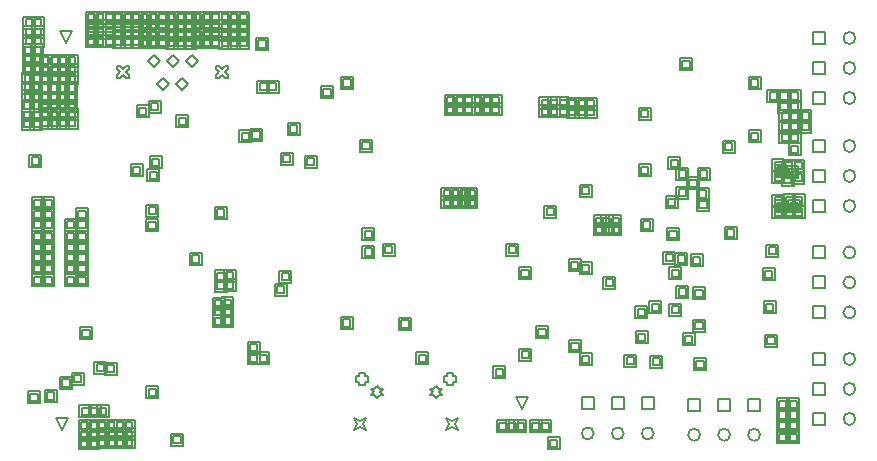
<source format=gbr>
%TF.GenerationSoftware,Altium Limited,Altium Designer,25.4.2 (15)*%
G04 Layer_Color=2752767*
%FSLAX45Y45*%
%MOMM*%
%TF.SameCoordinates,9A986A7D-484F-4AC0-AE4B-942BB78B8B2C*%
%TF.FilePolarity,Positive*%
%TF.FileFunction,Drawing*%
%TF.Part,Single*%
G01*
G75*
%TA.AperFunction,NonConductor*%
%ADD98C,0.16933*%
%ADD100C,0.12700*%
D98*
X13754500Y7937500D02*
G03*
X13754500Y7937500I-50800J0D01*
G01*
Y7683500D02*
G03*
X13754500Y7683500I-50800J0D01*
G01*
Y7429500D02*
G03*
X13754500Y7429500I-50800J0D01*
G01*
X12439800Y5492300D02*
G03*
X12439800Y5492300I-50800J0D01*
G01*
X12693800D02*
G03*
X12693800Y5492300I-50800J0D01*
G01*
X12947800D02*
G03*
X12947800Y5492300I-50800J0D01*
G01*
X13754500Y6527800D02*
G03*
X13754500Y6527800I-50800J0D01*
G01*
Y6781800D02*
G03*
X13754500Y6781800I-50800J0D01*
G01*
Y7035800D02*
G03*
X13754500Y7035800I-50800J0D01*
G01*
Y5626100D02*
G03*
X13754500Y5626100I-50800J0D01*
G01*
Y5880100D02*
G03*
X13754500Y5880100I-50800J0D01*
G01*
Y6134100D02*
G03*
X13754500Y6134100I-50800J0D01*
G01*
Y8343500D02*
G03*
X13754500Y8343500I-50800J0D01*
G01*
Y8597500D02*
G03*
X13754500Y8597500I-50800J0D01*
G01*
Y8851500D02*
G03*
X13754500Y8851500I-50800J0D01*
G01*
X11538500Y5503000D02*
G03*
X11538500Y5503000I-50800J0D01*
G01*
X11792500D02*
G03*
X11792500Y5503000I-50800J0D01*
G01*
X12046500D02*
G03*
X12046500Y5503000I-50800J0D01*
G01*
D100*
X13398900Y7886700D02*
Y7988300D01*
X13500500D01*
Y7886700D01*
X13398900D01*
Y7632700D02*
Y7734300D01*
X13500500D01*
Y7632700D01*
X13398900D01*
Y7378700D02*
Y7480300D01*
X13500500D01*
Y7378700D01*
X13398900D01*
X10199971Y5804189D02*
X10225371Y5829589D01*
X10250771D01*
X10225371Y5854989D01*
X10250771Y5880389D01*
X10225371D01*
X10199971Y5905789D01*
X10174571Y5880389D01*
X10149171D01*
X10174571Y5854989D01*
X10149171Y5829589D01*
X10174571D01*
X10199971Y5804189D01*
X9699971D02*
X9725371Y5829589D01*
X9750771D01*
X9725371Y5854989D01*
X9750771Y5880389D01*
X9725371D01*
X9699971Y5905789D01*
X9674571Y5880389D01*
X9649171D01*
X9674571Y5854989D01*
X9649171Y5829589D01*
X9674571D01*
X9699971Y5804189D01*
X10286672Y5529188D02*
X10312072Y5579988D01*
X10286672Y5630788D01*
X10337472Y5605388D01*
X10388272Y5630788D01*
X10362872Y5579988D01*
X10388272Y5529188D01*
X10337472Y5554588D01*
X10286672Y5529188D01*
X9511671D02*
X9537071Y5579988D01*
X9511671Y5630788D01*
X9562471Y5605388D01*
X9613271Y5630788D01*
X9587871Y5579988D01*
X9613271Y5529188D01*
X9562471Y5554588D01*
X9511671Y5529188D01*
X10297071Y5934588D02*
Y5909188D01*
X10347871D01*
Y5934588D01*
X10373271D01*
Y5985388D01*
X10347871D01*
Y6010788D01*
X10297071D01*
Y5985388D01*
X10271671D01*
Y5934588D01*
X10297071D01*
X9552072D02*
Y5909188D01*
X9602872D01*
Y5934588D01*
X9628272D01*
Y5985388D01*
X9602872D01*
Y6010788D01*
X9552072D01*
Y5985388D01*
X9526672D01*
Y5934588D01*
X9552072D01*
X7503541Y8513810D02*
X7528941D01*
X7554341Y8539210D01*
X7579741Y8513810D01*
X7605141D01*
Y8539210D01*
X7579741Y8564610D01*
X7605141Y8590010D01*
Y8615410D01*
X7579741D01*
X7554341Y8590010D01*
X7528941Y8615410D01*
X7503541D01*
Y8590010D01*
X7528941Y8564610D01*
X7503541Y8539210D01*
Y8513810D01*
X8343541D02*
X8368941D01*
X8394341Y8539210D01*
X8419741Y8513810D01*
X8445141D01*
Y8539210D01*
X8419741Y8564610D01*
X8445141Y8590010D01*
Y8615410D01*
X8419741D01*
X8394341Y8590010D01*
X8368941Y8615410D01*
X8343541D01*
Y8590010D01*
X8368941Y8564610D01*
X8343541Y8539210D01*
Y8513810D01*
X7763541Y8654610D02*
X7814341Y8705410D01*
X7865141Y8654610D01*
X7814341Y8603810D01*
X7763541Y8654610D01*
X7843541Y8464610D02*
X7894341Y8515410D01*
X7945141Y8464610D01*
X7894341Y8413810D01*
X7843541Y8464610D01*
X7923541Y8654610D02*
X7974341Y8705410D01*
X8025141Y8654610D01*
X7974341Y8603810D01*
X7923541Y8654610D01*
X8003541Y8464610D02*
X8054341Y8515410D01*
X8105141Y8464610D01*
X8054341Y8413810D01*
X8003541Y8464610D01*
X8083541Y8654610D02*
X8134341Y8705410D01*
X8185141Y8654610D01*
X8134341Y8603810D01*
X8083541Y8654610D01*
X7072500Y8807700D02*
X7021700Y8909300D01*
X7123300D01*
X7072500Y8807700D01*
X12338200Y5695500D02*
Y5797100D01*
X12439800D01*
Y5695500D01*
X12338200D01*
X12592200D02*
Y5797100D01*
X12693800D01*
Y5695500D01*
X12592200D01*
X12846201D02*
Y5797100D01*
X12947800D01*
Y5695500D01*
X12846201D01*
X13398900Y6477000D02*
Y6578600D01*
X13500500D01*
Y6477000D01*
X13398900D01*
Y6731000D02*
Y6832600D01*
X13500500D01*
Y6731000D01*
X13398900D01*
Y6985000D02*
Y7086600D01*
X13500500D01*
Y6985000D01*
X13398900D01*
Y5575300D02*
Y5676900D01*
X13500500D01*
Y5575300D01*
X13398900D01*
Y5829300D02*
Y5930900D01*
X13500500D01*
Y5829300D01*
X13398900D01*
Y6083300D02*
Y6184900D01*
X13500500D01*
Y6083300D01*
X13398900D01*
Y8292700D02*
Y8394300D01*
X13500500D01*
Y8292700D01*
X13398900D01*
Y8546700D02*
Y8648300D01*
X13500500D01*
Y8546700D01*
X13398900D01*
Y8800700D02*
Y8902300D01*
X13500500D01*
Y8800700D01*
X13398900D01*
X7037500Y5532700D02*
X6986700Y5634300D01*
X7088300D01*
X7037500Y5532700D01*
X10935300Y5707700D02*
X10884500Y5809300D01*
X10986100D01*
X10935300Y5707700D01*
X11436900Y5706200D02*
Y5807800D01*
X11538500D01*
Y5706200D01*
X11436900D01*
X11690900D02*
Y5807800D01*
X11792500D01*
Y5706200D01*
X11690900D01*
X11944900D02*
Y5807800D01*
X12046500D01*
Y5706200D01*
X11944900D01*
X7772458Y8219200D02*
Y8320800D01*
X7874058D01*
Y8219200D01*
X7772458D01*
X7792778Y8239520D02*
Y8300480D01*
X7853738D01*
Y8239520D01*
X7792778D01*
X8004940Y8094940D02*
Y8196540D01*
X8106540D01*
Y8094940D01*
X8004940D01*
X8025260Y8115260D02*
Y8176220D01*
X8086220D01*
Y8115260D01*
X8025260D01*
X13049200Y7624200D02*
Y7725800D01*
X13150800D01*
Y7624200D01*
X13049200D01*
X13069521Y7644520D02*
Y7705480D01*
X13130479D01*
Y7644520D01*
X13069521D01*
X13049200Y7724200D02*
Y7825800D01*
X13150800D01*
Y7724200D01*
X13049200D01*
X13069521Y7744520D02*
Y7805480D01*
X13130479D01*
Y7744520D01*
X13069521D01*
X13074200Y7674200D02*
Y7775800D01*
X13175800D01*
Y7674200D01*
X13074200D01*
X13094521Y7694520D02*
Y7755480D01*
X13155479D01*
Y7694520D01*
X13094521D01*
X13074200Y7374200D02*
Y7475800D01*
X13175800D01*
Y7374200D01*
X13074200D01*
X13094521Y7394520D02*
Y7455480D01*
X13155479D01*
Y7394520D01*
X13094521D01*
X13049200Y7424200D02*
Y7525800D01*
X13150800D01*
Y7424200D01*
X13049200D01*
X13069521Y7444520D02*
Y7505480D01*
X13130479D01*
Y7444520D01*
X13069521D01*
X13049200Y7324200D02*
Y7425800D01*
X13150800D01*
Y7324200D01*
X13049200D01*
X13069521Y7344520D02*
Y7405480D01*
X13130479D01*
Y7344520D01*
X13069521D01*
X13224200Y7427157D02*
Y7528757D01*
X13325800D01*
Y7427157D01*
X13224200D01*
X13244521Y7447477D02*
Y7508437D01*
X13305479D01*
Y7447477D01*
X13244521D01*
X13224200Y7327157D02*
Y7428757D01*
X13325800D01*
Y7327157D01*
X13224200D01*
X13244521Y7347477D02*
Y7408437D01*
X13305479D01*
Y7347477D01*
X13244521D01*
X13144200Y7327157D02*
Y7428757D01*
X13245799D01*
Y7327157D01*
X13144200D01*
X13164520Y7347477D02*
Y7408437D01*
X13225481D01*
Y7347477D01*
X13164520D01*
X13184200Y7377156D02*
Y7478756D01*
X13285800D01*
Y7377156D01*
X13184200D01*
X13204520Y7397476D02*
Y7458436D01*
X13265480D01*
Y7397476D01*
X13204520D01*
X13144200Y7427157D02*
Y7528757D01*
X13245799D01*
Y7427157D01*
X13144200D01*
X13164520Y7447477D02*
Y7508437D01*
X13225481D01*
Y7447477D01*
X13164520D01*
X13170105Y7664169D02*
Y7765769D01*
X13271706D01*
Y7664169D01*
X13170105D01*
X13190425Y7684489D02*
Y7745449D01*
X13251385D01*
Y7684489D01*
X13190425D01*
X13129201Y7599200D02*
Y7700800D01*
X13230800D01*
Y7599200D01*
X13129201D01*
X13149519Y7619520D02*
Y7680480D01*
X13210480D01*
Y7619520D01*
X13149519D01*
X13219200Y7719200D02*
Y7820800D01*
X13320799D01*
Y7719200D01*
X13219200D01*
X13239520Y7739520D02*
Y7800480D01*
X13300481D01*
Y7739520D01*
X13239520D01*
X13139200Y7719200D02*
Y7820800D01*
X13240800D01*
Y7719200D01*
X13139200D01*
X13159520Y7739520D02*
Y7800480D01*
X13220480D01*
Y7739520D01*
X13159520D01*
X13219200Y7619200D02*
Y7720800D01*
X13320799D01*
Y7619200D01*
X13219200D01*
X13239520Y7639520D02*
Y7700480D01*
X13300481D01*
Y7639520D01*
X13239520D01*
X7959200Y5399200D02*
Y5500800D01*
X8060800D01*
Y5399200D01*
X7959200D01*
X7979520Y5419520D02*
Y5480480D01*
X8040480D01*
Y5419520D01*
X7979520D01*
X9395944Y6387782D02*
Y6489382D01*
X9497544D01*
Y6387782D01*
X9395944D01*
X9416264Y6408102D02*
Y6469062D01*
X9477224D01*
Y6408102D01*
X9416264D01*
X10035944Y6087782D02*
Y6189382D01*
X10137544D01*
Y6087782D01*
X10035944D01*
X10056264Y6108102D02*
Y6169062D01*
X10117224D01*
Y6108102D01*
X10056264D01*
X12291243Y6249200D02*
Y6350800D01*
X12392843D01*
Y6249200D01*
X12291243D01*
X12311563Y6269520D02*
Y6330480D01*
X12372523D01*
Y6269520D01*
X12311563D01*
X11919200Y7679200D02*
Y7780800D01*
X12020800D01*
Y7679200D01*
X11919200D01*
X11939520Y7699520D02*
Y7760480D01*
X12000480D01*
Y7699520D01*
X11939520D01*
X11919200Y8159200D02*
Y8260800D01*
X12020800D01*
Y8159200D01*
X11919200D01*
X11939520Y8179520D02*
Y8240480D01*
X12000480D01*
Y8179520D01*
X11939520D01*
X7747839Y7214702D02*
Y7316302D01*
X7849439D01*
Y7214702D01*
X7747839D01*
X7768159Y7235022D02*
Y7295982D01*
X7829119D01*
Y7235022D01*
X7768159D01*
X7749200Y7339200D02*
Y7440800D01*
X7850800D01*
Y7339200D01*
X7749200D01*
X7769520Y7359520D02*
Y7420480D01*
X7830480D01*
Y7359520D01*
X7769520D01*
X7759200Y7639200D02*
Y7740800D01*
X7860800D01*
Y7639200D01*
X7759200D01*
X7779520Y7659520D02*
Y7720480D01*
X7840480D01*
Y7659520D01*
X7779520D01*
X7779200Y7749200D02*
Y7850800D01*
X7880800D01*
Y7749200D01*
X7779200D01*
X7799520Y7769520D02*
Y7830480D01*
X7860480D01*
Y7769520D01*
X7799520D01*
X10905944Y6809749D02*
Y6911349D01*
X11007544D01*
Y6809749D01*
X10905944D01*
X10926264Y6830069D02*
Y6891029D01*
X10987224D01*
Y6830069D01*
X10926264D01*
X10996055Y5511646D02*
Y5613246D01*
X11097655D01*
Y5511646D01*
X10996055D01*
X11016375Y5531966D02*
Y5592926D01*
X11077335D01*
Y5531966D01*
X11016375D01*
X11076055Y5511646D02*
Y5613246D01*
X11177655D01*
Y5511646D01*
X11076055D01*
X11096375Y5531966D02*
Y5592926D01*
X11157335D01*
Y5531966D01*
X11096375D01*
X11149200Y5369200D02*
Y5470800D01*
X11250800D01*
Y5369200D01*
X11149200D01*
X11169520Y5389520D02*
Y5450480D01*
X11230480D01*
Y5389520D01*
X11169520D01*
X10866055Y5511646D02*
Y5613246D01*
X10967655D01*
Y5511646D01*
X10866055D01*
X10886375Y5531966D02*
Y5592926D01*
X10947335D01*
Y5531966D01*
X10886375D01*
X10716055Y5511646D02*
Y5613246D01*
X10817655D01*
Y5511646D01*
X10716055D01*
X10736375Y5531966D02*
Y5592926D01*
X10797335D01*
Y5531966D01*
X10736375D01*
X10796055Y5511646D02*
Y5613246D01*
X10897655D01*
Y5511646D01*
X10796055D01*
X10816375Y5531966D02*
Y5592926D01*
X10877335D01*
Y5531966D01*
X10816375D01*
X7549200Y5519200D02*
Y5620800D01*
X7650800D01*
Y5519200D01*
X7549200D01*
X7569520Y5539520D02*
Y5600480D01*
X7630480D01*
Y5539520D01*
X7569520D01*
X6779200Y7029200D02*
Y7130800D01*
X6880800D01*
Y7029200D01*
X6779200D01*
X6799520Y7049520D02*
Y7110480D01*
X6860480D01*
Y7049520D01*
X6799520D01*
X6779200Y6939200D02*
Y7040800D01*
X6880800D01*
Y6939200D01*
X6779200D01*
X6799520Y6959520D02*
Y7020480D01*
X6860480D01*
Y6959520D01*
X6799520D01*
X6779200Y6849200D02*
Y6950800D01*
X6880800D01*
Y6849200D01*
X6779200D01*
X6799520Y6869520D02*
Y6930480D01*
X6860480D01*
Y6869520D01*
X6799520D01*
X6779200Y6749200D02*
Y6850800D01*
X6880800D01*
Y6749200D01*
X6779200D01*
X6799520Y6769520D02*
Y6830480D01*
X6860480D01*
Y6769520D01*
X6799520D01*
X6869200Y7029200D02*
Y7130800D01*
X6970800D01*
Y7029200D01*
X6869200D01*
X6889520Y7049520D02*
Y7110480D01*
X6950480D01*
Y7049520D01*
X6889520D01*
X6869200Y6939200D02*
Y7040800D01*
X6970800D01*
Y6939200D01*
X6869200D01*
X6889520Y6959520D02*
Y7020480D01*
X6950480D01*
Y6959520D01*
X6889520D01*
X6869200Y6849200D02*
Y6950800D01*
X6970800D01*
Y6849200D01*
X6869200D01*
X6889520Y6869520D02*
Y6930480D01*
X6950480D01*
Y6869520D01*
X6889520D01*
X6869200Y6749200D02*
Y6850800D01*
X6970800D01*
Y6749200D01*
X6869200D01*
X6889520Y6769520D02*
Y6830480D01*
X6950480D01*
Y6769520D01*
X6889520D01*
X7059200Y7029200D02*
Y7130800D01*
X7160800D01*
Y7029200D01*
X7059200D01*
X7079520Y7049520D02*
Y7110480D01*
X7140480D01*
Y7049520D01*
X7079520D01*
X7059200Y6939200D02*
Y7040800D01*
X7160800D01*
Y6939200D01*
X7059200D01*
X7079520Y6959520D02*
Y7020480D01*
X7140480D01*
Y6959520D01*
X7079520D01*
X7059200Y6849200D02*
Y6950800D01*
X7160800D01*
Y6849200D01*
X7059200D01*
X7079520Y6869520D02*
Y6930480D01*
X7140480D01*
Y6869520D01*
X7079520D01*
X7059200Y6749200D02*
Y6850800D01*
X7160800D01*
Y6749200D01*
X7059200D01*
X7079520Y6769520D02*
Y6830480D01*
X7140480D01*
Y6769520D01*
X7079520D01*
X7155534Y6748279D02*
Y6849879D01*
X7257134D01*
Y6748279D01*
X7155534D01*
X7175854Y6768599D02*
Y6829559D01*
X7236814D01*
Y6768599D01*
X7175854D01*
X7155534Y6848279D02*
Y6949879D01*
X7257134D01*
Y6848279D01*
X7155534D01*
X7175854Y6868599D02*
Y6929559D01*
X7236814D01*
Y6868599D01*
X7175854D01*
X7155534Y6938279D02*
Y7039879D01*
X7257134D01*
Y6938279D01*
X7155534D01*
X7175854Y6958599D02*
Y7019559D01*
X7236814D01*
Y6958599D01*
X7175854D01*
X7155534Y7028279D02*
Y7129879D01*
X7257134D01*
Y7028279D01*
X7155534D01*
X7175854Y7048599D02*
Y7109559D01*
X7236814D01*
Y7048599D01*
X7175854D01*
X7155534Y7308279D02*
Y7409878D01*
X7257134D01*
Y7308279D01*
X7155534D01*
X7175854Y7328598D02*
Y7389558D01*
X7236814D01*
Y7328598D01*
X7175854D01*
X7155534Y7218278D02*
Y7319878D01*
X7257134D01*
Y7218278D01*
X7155534D01*
X7175854Y7238598D02*
Y7299558D01*
X7236814D01*
Y7238598D01*
X7175854D01*
X7155534Y7118279D02*
Y7219879D01*
X7257134D01*
Y7118279D01*
X7155534D01*
X7175854Y7138599D02*
Y7199559D01*
X7236814D01*
Y7138599D01*
X7175854D01*
X7059200Y7119200D02*
Y7220800D01*
X7160800D01*
Y7119200D01*
X7059200D01*
X7079520Y7139520D02*
Y7200480D01*
X7140480D01*
Y7139520D01*
X7079520D01*
X7059200Y7219200D02*
Y7320800D01*
X7160800D01*
Y7219200D01*
X7059200D01*
X7079520Y7239520D02*
Y7300480D01*
X7140480D01*
Y7239520D01*
X7079520D01*
X6869200Y7119200D02*
Y7220800D01*
X6970800D01*
Y7119200D01*
X6869200D01*
X6889520Y7139520D02*
Y7200480D01*
X6950480D01*
Y7139520D01*
X6889520D01*
X6869200Y7219200D02*
Y7320800D01*
X6970800D01*
Y7219200D01*
X6869200D01*
X6889520Y7239520D02*
Y7300480D01*
X6950480D01*
Y7239520D01*
X6889520D01*
X6869200Y7309200D02*
Y7410800D01*
X6970800D01*
Y7309200D01*
X6869200D01*
X6889520Y7329520D02*
Y7390480D01*
X6950480D01*
Y7329520D01*
X6889520D01*
X6869200Y7399200D02*
Y7500800D01*
X6970800D01*
Y7399200D01*
X6869200D01*
X6889520Y7419520D02*
Y7480480D01*
X6950480D01*
Y7419520D01*
X6889520D01*
X6779200Y7119200D02*
Y7220800D01*
X6880800D01*
Y7119200D01*
X6779200D01*
X6799520Y7139520D02*
Y7200480D01*
X6860480D01*
Y7139520D01*
X6799520D01*
X6779200Y7219200D02*
Y7320800D01*
X6880800D01*
Y7219200D01*
X6779200D01*
X6799520Y7239520D02*
Y7300480D01*
X6860480D01*
Y7239520D01*
X6799520D01*
X6779200Y7309200D02*
Y7410800D01*
X6880800D01*
Y7309200D01*
X6779200D01*
X6799520Y7329520D02*
Y7390480D01*
X6860480D01*
Y7329520D01*
X6799520D01*
X6779200Y7399200D02*
Y7500800D01*
X6880800D01*
Y7399200D01*
X6779200D01*
X6799520Y7419520D02*
Y7480480D01*
X6860480D01*
Y7419520D01*
X6799520D01*
X8312869Y6552058D02*
Y6653658D01*
X8414469D01*
Y6552058D01*
X8312869D01*
X8333189Y6572378D02*
Y6633338D01*
X8394149D01*
Y6572378D01*
X8333189D01*
X8312869Y6402058D02*
Y6503658D01*
X8414469D01*
Y6402058D01*
X8312869D01*
X8333189Y6422378D02*
Y6483338D01*
X8394149D01*
Y6422378D01*
X8333189D01*
X8312869Y6482058D02*
Y6583658D01*
X8414469D01*
Y6482058D01*
X8312869D01*
X8333189Y6502378D02*
Y6563338D01*
X8394149D01*
Y6502378D01*
X8333189D01*
X8385315Y6485203D02*
Y6586803D01*
X8486915D01*
Y6485203D01*
X8385315D01*
X8405635Y6505523D02*
Y6566483D01*
X8466595D01*
Y6505523D01*
X8405635D01*
X8385315Y6555203D02*
Y6656803D01*
X8486915D01*
Y6555203D01*
X8385315D01*
X8405635Y6575523D02*
Y6636483D01*
X8466595D01*
Y6575523D01*
X8405635D01*
X8385315Y6405203D02*
Y6506803D01*
X8486915D01*
Y6405203D01*
X8385315D01*
X8405635Y6425523D02*
Y6486483D01*
X8466595D01*
Y6425523D01*
X8405635D01*
X8332870Y6702058D02*
Y6803658D01*
X8434470D01*
Y6702058D01*
X8332870D01*
X8353190Y6722378D02*
Y6783338D01*
X8414150D01*
Y6722378D01*
X8353190D01*
X8332870Y6782058D02*
Y6883658D01*
X8434470D01*
Y6782058D01*
X8332870D01*
X8353190Y6802378D02*
Y6863338D01*
X8414150D01*
Y6802378D01*
X8353190D01*
X8405315Y6785203D02*
Y6886803D01*
X8506915D01*
Y6785203D01*
X8405315D01*
X8425635Y6805523D02*
Y6866483D01*
X8486595D01*
Y6805523D01*
X8425635D01*
X8405315Y6705203D02*
Y6806803D01*
X8506915D01*
Y6705203D01*
X8405315D01*
X8425635Y6725523D02*
Y6786483D01*
X8486595D01*
Y6725523D01*
X8425635D01*
X7181884Y5640835D02*
Y5742435D01*
X7283484D01*
Y5640835D01*
X7181884D01*
X7202204Y5661155D02*
Y5722115D01*
X7263164D01*
Y5661155D01*
X7202204D01*
X7331884Y5640835D02*
Y5742435D01*
X7433484D01*
Y5640835D01*
X7331884D01*
X7352204Y5661155D02*
Y5722115D01*
X7413164D01*
Y5661155D01*
X7352204D01*
X7261884Y5640835D02*
Y5742435D01*
X7363484D01*
Y5640835D01*
X7261884D01*
X7282204Y5661155D02*
Y5722115D01*
X7343164D01*
Y5661155D01*
X7282204D01*
X7249200Y5439200D02*
Y5540800D01*
X7350800D01*
Y5439200D01*
X7249200D01*
X7269520Y5459520D02*
Y5520480D01*
X7330480D01*
Y5459520D01*
X7269520D01*
X7249200Y5369200D02*
Y5470800D01*
X7350800D01*
Y5369200D01*
X7249200D01*
X7269520Y5389520D02*
Y5450480D01*
X7330480D01*
Y5389520D01*
X7269520D01*
X7179200Y5369200D02*
Y5470800D01*
X7280800D01*
Y5369200D01*
X7179200D01*
X7199520Y5389520D02*
Y5450480D01*
X7260480D01*
Y5389520D01*
X7199520D01*
X7179200Y5439200D02*
Y5540800D01*
X7280800D01*
Y5439200D01*
X7179200D01*
X7199520Y5459520D02*
Y5520480D01*
X7260480D01*
Y5459520D01*
X7199520D01*
X7249200Y5519200D02*
Y5620800D01*
X7350800D01*
Y5519200D01*
X7249200D01*
X7269520Y5539520D02*
Y5600480D01*
X7330480D01*
Y5539520D01*
X7269520D01*
X7179200Y5519200D02*
Y5620800D01*
X7280800D01*
Y5519200D01*
X7179200D01*
X7199520Y5539520D02*
Y5600480D01*
X7260480D01*
Y5539520D01*
X7199520D01*
X7399200Y5519200D02*
Y5620800D01*
X7500800D01*
Y5519200D01*
X7399200D01*
X7419520Y5539520D02*
Y5600480D01*
X7480480D01*
Y5539520D01*
X7419520D01*
X7329200Y5519200D02*
Y5620800D01*
X7430800D01*
Y5519200D01*
X7329200D01*
X7349520Y5539520D02*
Y5600480D01*
X7410480D01*
Y5539520D01*
X7349520D01*
X7479200Y5519200D02*
Y5620800D01*
X7580800D01*
Y5519200D01*
X7479200D01*
X7499520Y5539520D02*
Y5600480D01*
X7560480D01*
Y5539520D01*
X7499520D01*
X7482345Y5446754D02*
Y5548354D01*
X7583945D01*
Y5446754D01*
X7482345D01*
X7502665Y5467074D02*
Y5528034D01*
X7563625D01*
Y5467074D01*
X7502665D01*
X7482345Y5376754D02*
Y5478354D01*
X7583945D01*
Y5376754D01*
X7482345D01*
X7502665Y5397074D02*
Y5458034D01*
X7563625D01*
Y5397074D01*
X7502665D01*
X7552345Y5376754D02*
Y5478354D01*
X7653945D01*
Y5376754D01*
X7552345D01*
X7572665Y5397074D02*
Y5458034D01*
X7633625D01*
Y5397074D01*
X7572665D01*
X7552345Y5446754D02*
Y5548354D01*
X7653945D01*
Y5446754D01*
X7552345D01*
X7572665Y5467074D02*
Y5528034D01*
X7633625D01*
Y5467074D01*
X7572665D01*
X7332345Y5446754D02*
Y5548354D01*
X7433945D01*
Y5446754D01*
X7332345D01*
X7352665Y5467074D02*
Y5528034D01*
X7413625D01*
Y5467074D01*
X7352665D01*
X7332345Y5376754D02*
Y5478354D01*
X7433945D01*
Y5376754D01*
X7332345D01*
X7352665Y5397074D02*
Y5458034D01*
X7413625D01*
Y5397074D01*
X7352665D01*
X7402345Y5376754D02*
Y5478354D01*
X7503945D01*
Y5376754D01*
X7402345D01*
X7422665Y5397074D02*
Y5458034D01*
X7483625D01*
Y5397074D01*
X7422665D01*
X7402345Y5446754D02*
Y5548354D01*
X7503945D01*
Y5446754D01*
X7402345D01*
X7422665Y5467074D02*
Y5528034D01*
X7483625D01*
Y5467074D01*
X7422665D01*
X6918241Y8154003D02*
Y8255603D01*
X7019841D01*
Y8154003D01*
X6918241D01*
X6938561Y8174323D02*
Y8235283D01*
X6999521D01*
Y8174323D01*
X6938561D01*
X6918241Y8084003D02*
Y8185603D01*
X7019841D01*
Y8084003D01*
X6918241D01*
X6938561Y8104323D02*
Y8165283D01*
X6999521D01*
Y8104323D01*
X6938561D01*
X6848241Y8084003D02*
Y8185603D01*
X6949841D01*
Y8084003D01*
X6848241D01*
X6868561Y8104323D02*
Y8165283D01*
X6929521D01*
Y8104323D01*
X6868561D01*
X6848241Y8154003D02*
Y8255603D01*
X6949841D01*
Y8154003D01*
X6848241D01*
X6868561Y8174323D02*
Y8235283D01*
X6929521D01*
Y8174323D01*
X6868561D01*
X7068241Y8154003D02*
Y8255603D01*
X7169841D01*
Y8154003D01*
X7068241D01*
X7088561Y8174323D02*
Y8235283D01*
X7149521D01*
Y8174323D01*
X7088561D01*
X7068241Y8084003D02*
Y8185603D01*
X7169841D01*
Y8084003D01*
X7068241D01*
X7088561Y8104323D02*
Y8165283D01*
X7149521D01*
Y8104323D01*
X7088561D01*
X6998241Y8084003D02*
Y8185603D01*
X7099841D01*
Y8084003D01*
X6998241D01*
X7018561Y8104323D02*
Y8165283D01*
X7079521D01*
Y8104323D01*
X7018561D01*
X6998241Y8154003D02*
Y8255603D01*
X7099841D01*
Y8154003D01*
X6998241D01*
X7018561Y8174323D02*
Y8235283D01*
X7079521D01*
Y8174323D01*
X7018561D01*
X7069200Y8529200D02*
Y8630800D01*
X7170800D01*
Y8529200D01*
X7069200D01*
X7089520Y8549520D02*
Y8610480D01*
X7150480D01*
Y8549520D01*
X7089520D01*
X7069200Y8459200D02*
Y8560800D01*
X7170800D01*
Y8459200D01*
X7069200D01*
X7089520Y8479520D02*
Y8540480D01*
X7150480D01*
Y8479520D01*
X7089520D01*
X6999200Y8459200D02*
Y8560800D01*
X7100800D01*
Y8459200D01*
X6999200D01*
X7019520Y8479520D02*
Y8540480D01*
X7080480D01*
Y8479520D01*
X7019520D01*
X6999200Y8529200D02*
Y8630800D01*
X7100800D01*
Y8529200D01*
X6999200D01*
X7019520Y8549520D02*
Y8610480D01*
X7080480D01*
Y8549520D01*
X7019520D01*
X7069200Y8609200D02*
Y8710800D01*
X7170800D01*
Y8609200D01*
X7069200D01*
X7089520Y8629520D02*
Y8690480D01*
X7150480D01*
Y8629520D01*
X7089520D01*
X6999200Y8609200D02*
Y8710800D01*
X7100800D01*
Y8609200D01*
X6999200D01*
X7019520Y8629520D02*
Y8690480D01*
X7080480D01*
Y8629520D01*
X7019520D01*
X6995096Y8376449D02*
Y8478049D01*
X7096696D01*
Y8376449D01*
X6995096D01*
X7015416Y8396769D02*
Y8457729D01*
X7076376D01*
Y8396769D01*
X7015416D01*
X7065096Y8376449D02*
Y8478049D01*
X7166696D01*
Y8376449D01*
X7065096D01*
X7085416Y8396769D02*
Y8457729D01*
X7146376D01*
Y8396769D01*
X7085416D01*
X6995096Y8296449D02*
Y8398049D01*
X7096696D01*
Y8296449D01*
X6995096D01*
X7015416Y8316769D02*
Y8377729D01*
X7076376D01*
Y8316769D01*
X7015416D01*
X6995096Y8226449D02*
Y8328049D01*
X7096696D01*
Y8226449D01*
X6995096D01*
X7015416Y8246769D02*
Y8307729D01*
X7076376D01*
Y8246769D01*
X7015416D01*
X7065096Y8226449D02*
Y8328049D01*
X7166696D01*
Y8226449D01*
X7065096D01*
X7085416Y8246769D02*
Y8307729D01*
X7146376D01*
Y8246769D01*
X7085416D01*
X7065096Y8296449D02*
Y8398049D01*
X7166696D01*
Y8296449D01*
X7065096D01*
X7085416Y8316769D02*
Y8377729D01*
X7146376D01*
Y8316769D01*
X7085416D01*
X6919200Y8529200D02*
Y8630800D01*
X7020800D01*
Y8529200D01*
X6919200D01*
X6939520Y8549520D02*
Y8610480D01*
X7000480D01*
Y8549520D01*
X6939520D01*
X6919200Y8459200D02*
Y8560800D01*
X7020800D01*
Y8459200D01*
X6919200D01*
X6939520Y8479520D02*
Y8540480D01*
X7000480D01*
Y8479520D01*
X6939520D01*
X6849200Y8459200D02*
Y8560800D01*
X6950800D01*
Y8459200D01*
X6849200D01*
X6869520Y8479520D02*
Y8540480D01*
X6930480D01*
Y8479520D01*
X6869520D01*
X6849200Y8529200D02*
Y8630800D01*
X6950800D01*
Y8529200D01*
X6849200D01*
X6869520Y8549520D02*
Y8610480D01*
X6930480D01*
Y8549520D01*
X6869520D01*
X6919200Y8609200D02*
Y8710800D01*
X7020800D01*
Y8609200D01*
X6919200D01*
X6939520Y8629520D02*
Y8690480D01*
X7000480D01*
Y8629520D01*
X6939520D01*
X6849200Y8609200D02*
Y8710800D01*
X6950800D01*
Y8609200D01*
X6849200D01*
X6869520Y8629520D02*
Y8690480D01*
X6930480D01*
Y8629520D01*
X6869520D01*
X6845096Y8376449D02*
Y8478049D01*
X6946696D01*
Y8376449D01*
X6845096D01*
X6865416Y8396769D02*
Y8457729D01*
X6926376D01*
Y8396769D01*
X6865416D01*
X6915096Y8376449D02*
Y8478049D01*
X7016696D01*
Y8376449D01*
X6915096D01*
X6935416Y8396769D02*
Y8457729D01*
X6996376D01*
Y8396769D01*
X6935416D01*
X6845096Y8296449D02*
Y8398049D01*
X6946696D01*
Y8296449D01*
X6845096D01*
X6865416Y8316769D02*
Y8377729D01*
X6926376D01*
Y8316769D01*
X6865416D01*
X6845096Y8226449D02*
Y8328049D01*
X6946696D01*
Y8226449D01*
X6845096D01*
X6865416Y8246769D02*
Y8307729D01*
X6926376D01*
Y8246769D01*
X6865416D01*
X6915096Y8226449D02*
Y8328049D01*
X7016696D01*
Y8226449D01*
X6915096D01*
X6935416Y8246769D02*
Y8307729D01*
X6996376D01*
Y8246769D01*
X6935416D01*
X6915096Y8296449D02*
Y8398049D01*
X7016696D01*
Y8296449D01*
X6915096D01*
X6935416Y8316769D02*
Y8377729D01*
X6996376D01*
Y8316769D01*
X6935416D01*
X6769200Y8379200D02*
Y8480800D01*
X6870800D01*
Y8379200D01*
X6769200D01*
X6789520Y8399520D02*
Y8460480D01*
X6850480D01*
Y8399520D01*
X6789520D01*
X6769200Y8309200D02*
Y8410800D01*
X6870800D01*
Y8309200D01*
X6769200D01*
X6789520Y8329520D02*
Y8390480D01*
X6850480D01*
Y8329520D01*
X6789520D01*
X6699200Y8309200D02*
Y8410800D01*
X6800800D01*
Y8309200D01*
X6699200D01*
X6719520Y8329520D02*
Y8390480D01*
X6780480D01*
Y8329520D01*
X6719520D01*
X6699200Y8379200D02*
Y8480800D01*
X6800800D01*
Y8379200D01*
X6699200D01*
X6719520Y8399520D02*
Y8460480D01*
X6780480D01*
Y8399520D01*
X6719520D01*
X6769200Y8459200D02*
Y8560800D01*
X6870800D01*
Y8459200D01*
X6769200D01*
X6789520Y8479520D02*
Y8540480D01*
X6850480D01*
Y8479520D01*
X6789520D01*
X6699200Y8459200D02*
Y8560800D01*
X6800800D01*
Y8459200D01*
X6699200D01*
X6719520Y8479520D02*
Y8540480D01*
X6780480D01*
Y8479520D01*
X6719520D01*
X6695096Y8226449D02*
Y8328049D01*
X6796696D01*
Y8226449D01*
X6695096D01*
X6715416Y8246769D02*
Y8307729D01*
X6776376D01*
Y8246769D01*
X6715416D01*
X6765096Y8226449D02*
Y8328049D01*
X6866696D01*
Y8226449D01*
X6765096D01*
X6785416Y8246769D02*
Y8307729D01*
X6846376D01*
Y8246769D01*
X6785416D01*
X6695096Y8146449D02*
Y8248049D01*
X6796696D01*
Y8146449D01*
X6695096D01*
X6715416Y8166769D02*
Y8227729D01*
X6776376D01*
Y8166769D01*
X6715416D01*
X6695096Y8076449D02*
Y8178049D01*
X6796696D01*
Y8076449D01*
X6695096D01*
X6715416Y8096769D02*
Y8157729D01*
X6776376D01*
Y8096769D01*
X6715416D01*
X6765096Y8076449D02*
Y8178049D01*
X6866696D01*
Y8076449D01*
X6765096D01*
X6785416Y8096769D02*
Y8157729D01*
X6846376D01*
Y8096769D01*
X6785416D01*
X6765096Y8146449D02*
Y8248049D01*
X6866696D01*
Y8146449D01*
X6765096D01*
X6785416Y8166769D02*
Y8227729D01*
X6846376D01*
Y8166769D01*
X6785416D01*
X6779200Y8849200D02*
Y8950800D01*
X6880800D01*
Y8849200D01*
X6779200D01*
X6799520Y8869520D02*
Y8930480D01*
X6860480D01*
Y8869520D01*
X6799520D01*
X6779200Y8779200D02*
Y8880800D01*
X6880800D01*
Y8779200D01*
X6779200D01*
X6799520Y8799520D02*
Y8860480D01*
X6860480D01*
Y8799520D01*
X6799520D01*
X6709200Y8779200D02*
Y8880800D01*
X6810800D01*
Y8779200D01*
X6709200D01*
X6729520Y8799520D02*
Y8860480D01*
X6790480D01*
Y8799520D01*
X6729520D01*
X6709200Y8849200D02*
Y8950800D01*
X6810800D01*
Y8849200D01*
X6709200D01*
X6729520Y8869520D02*
Y8930480D01*
X6790480D01*
Y8869520D01*
X6729520D01*
X6779200Y8929200D02*
Y9030800D01*
X6880800D01*
Y8929200D01*
X6779200D01*
X6799520Y8949520D02*
Y9010480D01*
X6860480D01*
Y8949520D01*
X6799520D01*
X6709200Y8929200D02*
Y9030800D01*
X6810800D01*
Y8929200D01*
X6709200D01*
X6729520Y8949520D02*
Y9010480D01*
X6790480D01*
Y8949520D01*
X6729520D01*
X6705096Y8696449D02*
Y8798049D01*
X6806696D01*
Y8696449D01*
X6705096D01*
X6725416Y8716769D02*
Y8777729D01*
X6786376D01*
Y8716769D01*
X6725416D01*
X6775096Y8696449D02*
Y8798049D01*
X6876696D01*
Y8696449D01*
X6775096D01*
X6795416Y8716769D02*
Y8777729D01*
X6856376D01*
Y8716769D01*
X6795416D01*
X6705096Y8616449D02*
Y8718049D01*
X6806696D01*
Y8616449D01*
X6705096D01*
X6725416Y8636769D02*
Y8697729D01*
X6786376D01*
Y8636769D01*
X6725416D01*
X6705096Y8546449D02*
Y8648049D01*
X6806696D01*
Y8546449D01*
X6705096D01*
X6725416Y8566769D02*
Y8627729D01*
X6786376D01*
Y8566769D01*
X6725416D01*
X6775096Y8546449D02*
Y8648049D01*
X6876696D01*
Y8546449D01*
X6775096D01*
X6795416Y8566769D02*
Y8627729D01*
X6856376D01*
Y8566769D01*
X6795416D01*
X6775096Y8616449D02*
Y8718049D01*
X6876696D01*
Y8616449D01*
X6775096D01*
X6795416Y8636769D02*
Y8697729D01*
X6856376D01*
Y8636769D01*
X6795416D01*
X7539200Y8769200D02*
Y8870800D01*
X7640800D01*
Y8769200D01*
X7539200D01*
X7559520Y8789520D02*
Y8850480D01*
X7620480D01*
Y8789520D01*
X7559520D01*
X7469200Y8769200D02*
Y8870800D01*
X7570800D01*
Y8769200D01*
X7469200D01*
X7489520Y8789520D02*
Y8850480D01*
X7550480D01*
Y8789520D01*
X7489520D01*
X7469200Y8839200D02*
Y8940800D01*
X7570800D01*
Y8839200D01*
X7469200D01*
X7489520Y8859520D02*
Y8920480D01*
X7550480D01*
Y8859520D01*
X7489520D01*
X7539200Y8839200D02*
Y8940800D01*
X7640800D01*
Y8839200D01*
X7539200D01*
X7559520Y8859520D02*
Y8920480D01*
X7620480D01*
Y8859520D01*
X7559520D01*
X7619200Y8769200D02*
Y8870800D01*
X7720800D01*
Y8769200D01*
X7619200D01*
X7639520Y8789520D02*
Y8850480D01*
X7700480D01*
Y8789520D01*
X7639520D01*
X7619200Y8839200D02*
Y8940800D01*
X7720800D01*
Y8839200D01*
X7619200D01*
X7639520Y8859520D02*
Y8920480D01*
X7700480D01*
Y8859520D01*
X7639520D01*
X7386449Y8843304D02*
Y8944904D01*
X7488049D01*
Y8843304D01*
X7386449D01*
X7406769Y8863624D02*
Y8924584D01*
X7467729D01*
Y8863624D01*
X7406769D01*
X7386449Y8773304D02*
Y8874904D01*
X7488049D01*
Y8773304D01*
X7386449D01*
X7406769Y8793624D02*
Y8854584D01*
X7467729D01*
Y8793624D01*
X7406769D01*
X7306449Y8843304D02*
Y8944904D01*
X7408049D01*
Y8843304D01*
X7306449D01*
X7326769Y8863624D02*
Y8924584D01*
X7387729D01*
Y8863624D01*
X7326769D01*
X7236449Y8843304D02*
Y8944904D01*
X7338049D01*
Y8843304D01*
X7236449D01*
X7256769Y8863624D02*
Y8924584D01*
X7317729D01*
Y8863624D01*
X7256769D01*
X7236449Y8773304D02*
Y8874904D01*
X7338049D01*
Y8773304D01*
X7236449D01*
X7256769Y8793624D02*
Y8854584D01*
X7317729D01*
Y8793624D01*
X7256769D01*
X7306449Y8773304D02*
Y8874904D01*
X7408049D01*
Y8773304D01*
X7306449D01*
X7326769Y8793624D02*
Y8854584D01*
X7387729D01*
Y8793624D01*
X7326769D01*
X7539200Y8899200D02*
Y9000800D01*
X7640800D01*
Y8899200D01*
X7539200D01*
X7559520Y8919520D02*
Y8980480D01*
X7620480D01*
Y8919520D01*
X7559520D01*
X7469200Y8899200D02*
Y9000800D01*
X7570800D01*
Y8899200D01*
X7469200D01*
X7489520Y8919520D02*
Y8980480D01*
X7550480D01*
Y8919520D01*
X7489520D01*
X7469200Y8969200D02*
Y9070800D01*
X7570800D01*
Y8969200D01*
X7469200D01*
X7489520Y8989520D02*
Y9050480D01*
X7550480D01*
Y8989520D01*
X7489520D01*
X7539200Y8969200D02*
Y9070800D01*
X7640800D01*
Y8969200D01*
X7539200D01*
X7559520Y8989520D02*
Y9050480D01*
X7620480D01*
Y8989520D01*
X7559520D01*
X7619200Y8899200D02*
Y9000800D01*
X7720800D01*
Y8899200D01*
X7619200D01*
X7639520Y8919520D02*
Y8980480D01*
X7700480D01*
Y8919520D01*
X7639520D01*
X7619200Y8969200D02*
Y9070800D01*
X7720800D01*
Y8969200D01*
X7619200D01*
X7639520Y8989520D02*
Y9050480D01*
X7700480D01*
Y8989520D01*
X7639520D01*
X7386449Y8973304D02*
Y9074904D01*
X7488049D01*
Y8973304D01*
X7386449D01*
X7406769Y8993624D02*
Y9054584D01*
X7467729D01*
Y8993624D01*
X7406769D01*
X7386449Y8903304D02*
Y9004904D01*
X7488049D01*
Y8903304D01*
X7386449D01*
X7406769Y8923624D02*
Y8984584D01*
X7467729D01*
Y8923624D01*
X7406769D01*
X7306449Y8973304D02*
Y9074904D01*
X7408049D01*
Y8973304D01*
X7306449D01*
X7326769Y8993624D02*
Y9054584D01*
X7387729D01*
Y8993624D01*
X7326769D01*
X7236449Y8973304D02*
Y9074904D01*
X7338049D01*
Y8973304D01*
X7236449D01*
X7256769Y8993624D02*
Y9054584D01*
X7317729D01*
Y8993624D01*
X7256769D01*
X7236449Y8903304D02*
Y9004904D01*
X7338049D01*
Y8903304D01*
X7236449D01*
X7256769Y8923624D02*
Y8984584D01*
X7317729D01*
Y8923624D01*
X7256769D01*
X7306449Y8903304D02*
Y9004904D01*
X7408049D01*
Y8903304D01*
X7306449D01*
X7326769Y8923624D02*
Y8984584D01*
X7387729D01*
Y8923624D01*
X7326769D01*
X7989200Y8759200D02*
Y8860800D01*
X8090800D01*
Y8759200D01*
X7989200D01*
X8009520Y8779520D02*
Y8840480D01*
X8070480D01*
Y8779520D01*
X8009520D01*
X7919200Y8759200D02*
Y8860800D01*
X8020800D01*
Y8759200D01*
X7919200D01*
X7939520Y8779520D02*
Y8840480D01*
X8000480D01*
Y8779520D01*
X7939520D01*
X7919200Y8829200D02*
Y8930800D01*
X8020800D01*
Y8829200D01*
X7919200D01*
X7939520Y8849520D02*
Y8910480D01*
X8000480D01*
Y8849520D01*
X7939520D01*
X7989200Y8829200D02*
Y8930800D01*
X8090800D01*
Y8829200D01*
X7989200D01*
X8009520Y8849520D02*
Y8910480D01*
X8070480D01*
Y8849520D01*
X8009520D01*
X8069200Y8759200D02*
Y8860800D01*
X8170800D01*
Y8759200D01*
X8069200D01*
X8089520Y8779520D02*
Y8840480D01*
X8150480D01*
Y8779520D01*
X8089520D01*
X8069200Y8829200D02*
Y8930800D01*
X8170800D01*
Y8829200D01*
X8069200D01*
X8089520Y8849520D02*
Y8910480D01*
X8150480D01*
Y8849520D01*
X8089520D01*
X7836449Y8833304D02*
Y8934904D01*
X7938049D01*
Y8833304D01*
X7836449D01*
X7856769Y8853624D02*
Y8914584D01*
X7917729D01*
Y8853624D01*
X7856769D01*
X7836449Y8763304D02*
Y8864904D01*
X7938049D01*
Y8763304D01*
X7836449D01*
X7856769Y8783624D02*
Y8844584D01*
X7917729D01*
Y8783624D01*
X7856769D01*
X7756449Y8833304D02*
Y8934904D01*
X7858049D01*
Y8833304D01*
X7756449D01*
X7776769Y8853624D02*
Y8914584D01*
X7837729D01*
Y8853624D01*
X7776769D01*
X7686449Y8833304D02*
Y8934904D01*
X7788049D01*
Y8833304D01*
X7686449D01*
X7706769Y8853624D02*
Y8914584D01*
X7767729D01*
Y8853624D01*
X7706769D01*
X7686449Y8763304D02*
Y8864904D01*
X7788049D01*
Y8763304D01*
X7686449D01*
X7706769Y8783624D02*
Y8844584D01*
X7767729D01*
Y8783624D01*
X7706769D01*
X7756449Y8763304D02*
Y8864904D01*
X7858049D01*
Y8763304D01*
X7756449D01*
X7776769Y8783624D02*
Y8844584D01*
X7837729D01*
Y8783624D01*
X7776769D01*
X7989200Y8899200D02*
Y9000800D01*
X8090800D01*
Y8899200D01*
X7989200D01*
X8009520Y8919520D02*
Y8980480D01*
X8070480D01*
Y8919520D01*
X8009520D01*
X7919200Y8899200D02*
Y9000800D01*
X8020800D01*
Y8899200D01*
X7919200D01*
X7939520Y8919520D02*
Y8980480D01*
X8000480D01*
Y8919520D01*
X7939520D01*
X7919200Y8969200D02*
Y9070800D01*
X8020800D01*
Y8969200D01*
X7919200D01*
X7939520Y8989520D02*
Y9050480D01*
X8000480D01*
Y8989520D01*
X7939520D01*
X7989200Y8969200D02*
Y9070800D01*
X8090800D01*
Y8969200D01*
X7989200D01*
X8009520Y8989520D02*
Y9050480D01*
X8070480D01*
Y8989520D01*
X8009520D01*
X8069200Y8899200D02*
Y9000800D01*
X8170800D01*
Y8899200D01*
X8069200D01*
X8089520Y8919520D02*
Y8980480D01*
X8150480D01*
Y8919520D01*
X8089520D01*
X8069200Y8969200D02*
Y9070800D01*
X8170800D01*
Y8969200D01*
X8069200D01*
X8089520Y8989520D02*
Y9050480D01*
X8150480D01*
Y8989520D01*
X8089520D01*
X7836449Y8973304D02*
Y9074904D01*
X7938049D01*
Y8973304D01*
X7836449D01*
X7856769Y8993624D02*
Y9054584D01*
X7917729D01*
Y8993624D01*
X7856769D01*
X7836449Y8903304D02*
Y9004904D01*
X7938049D01*
Y8903304D01*
X7836449D01*
X7856769Y8923624D02*
Y8984584D01*
X7917729D01*
Y8923624D01*
X7856769D01*
X7756449Y8973304D02*
Y9074904D01*
X7858049D01*
Y8973304D01*
X7756449D01*
X7776769Y8993624D02*
Y9054584D01*
X7837729D01*
Y8993624D01*
X7776769D01*
X7686449Y8973304D02*
Y9074904D01*
X7788049D01*
Y8973304D01*
X7686449D01*
X7706769Y8993624D02*
Y9054584D01*
X7767729D01*
Y8993624D01*
X7706769D01*
X7686449Y8903304D02*
Y9004904D01*
X7788049D01*
Y8903304D01*
X7686449D01*
X7706769Y8923624D02*
Y8984584D01*
X7767729D01*
Y8923624D01*
X7706769D01*
X7756449Y8903304D02*
Y9004904D01*
X7858049D01*
Y8903304D01*
X7756449D01*
X7776769Y8923624D02*
Y8984584D01*
X7837729D01*
Y8923624D01*
X7776769D01*
X8439200Y8899200D02*
Y9000800D01*
X8540800D01*
Y8899200D01*
X8439200D01*
X8459520Y8919520D02*
Y8980480D01*
X8520480D01*
Y8919520D01*
X8459520D01*
X8369200Y8899200D02*
Y9000800D01*
X8470800D01*
Y8899200D01*
X8369200D01*
X8389520Y8919520D02*
Y8980480D01*
X8450480D01*
Y8919520D01*
X8389520D01*
X8369200Y8969200D02*
Y9070800D01*
X8470800D01*
Y8969200D01*
X8369200D01*
X8389520Y8989520D02*
Y9050480D01*
X8450480D01*
Y8989520D01*
X8389520D01*
X8439200Y8969200D02*
Y9070800D01*
X8540800D01*
Y8969200D01*
X8439200D01*
X8459520Y8989520D02*
Y9050480D01*
X8520480D01*
Y8989520D01*
X8459520D01*
X8519200Y8899200D02*
Y9000800D01*
X8620800D01*
Y8899200D01*
X8519200D01*
X8539520Y8919520D02*
Y8980480D01*
X8600480D01*
Y8919520D01*
X8539520D01*
X8519200Y8969200D02*
Y9070800D01*
X8620800D01*
Y8969200D01*
X8519200D01*
X8539520Y8989520D02*
Y9050480D01*
X8600480D01*
Y8989520D01*
X8539520D01*
X8286449Y8973304D02*
Y9074904D01*
X8388049D01*
Y8973304D01*
X8286449D01*
X8306769Y8993624D02*
Y9054584D01*
X8367729D01*
Y8993624D01*
X8306769D01*
X8286449Y8903304D02*
Y9004904D01*
X8388049D01*
Y8903304D01*
X8286449D01*
X8306769Y8923624D02*
Y8984584D01*
X8367729D01*
Y8923624D01*
X8306769D01*
X8206449Y8973304D02*
Y9074904D01*
X8308049D01*
Y8973304D01*
X8206449D01*
X8226769Y8993624D02*
Y9054584D01*
X8287729D01*
Y8993624D01*
X8226769D01*
X8136449Y8973304D02*
Y9074904D01*
X8238049D01*
Y8973304D01*
X8136449D01*
X8156769Y8993624D02*
Y9054584D01*
X8217729D01*
Y8993624D01*
X8156769D01*
X8136449Y8903304D02*
Y9004904D01*
X8238049D01*
Y8903304D01*
X8136449D01*
X8156769Y8923624D02*
Y8984584D01*
X8217729D01*
Y8923624D01*
X8156769D01*
X8206449Y8903304D02*
Y9004904D01*
X8308049D01*
Y8903304D01*
X8206449D01*
X8226769Y8923624D02*
Y8984584D01*
X8287729D01*
Y8923624D01*
X8226769D01*
X8439200Y8759200D02*
Y8860800D01*
X8540800D01*
Y8759200D01*
X8439200D01*
X8459520Y8779520D02*
Y8840480D01*
X8520480D01*
Y8779520D01*
X8459520D01*
X8369200Y8759200D02*
Y8860800D01*
X8470800D01*
Y8759200D01*
X8369200D01*
X8389520Y8779520D02*
Y8840480D01*
X8450480D01*
Y8779520D01*
X8389520D01*
X8369200Y8829200D02*
Y8930800D01*
X8470800D01*
Y8829200D01*
X8369200D01*
X8389520Y8849520D02*
Y8910480D01*
X8450480D01*
Y8849520D01*
X8389520D01*
X8439200Y8829200D02*
Y8930800D01*
X8540800D01*
Y8829200D01*
X8439200D01*
X8459520Y8849520D02*
Y8910480D01*
X8520480D01*
Y8849520D01*
X8459520D01*
X8519200Y8759200D02*
Y8860800D01*
X8620800D01*
Y8759200D01*
X8519200D01*
X8539520Y8779520D02*
Y8840480D01*
X8600480D01*
Y8779520D01*
X8539520D01*
X8519200Y8829200D02*
Y8930800D01*
X8620800D01*
Y8829200D01*
X8519200D01*
X8539520Y8849520D02*
Y8910480D01*
X8600480D01*
Y8849520D01*
X8539520D01*
X8286449Y8833304D02*
Y8934904D01*
X8388049D01*
Y8833304D01*
X8286449D01*
X8306769Y8853624D02*
Y8914584D01*
X8367729D01*
Y8853624D01*
X8306769D01*
X8286449Y8763304D02*
Y8864904D01*
X8388049D01*
Y8763304D01*
X8286449D01*
X8306769Y8783624D02*
Y8844584D01*
X8367729D01*
Y8783624D01*
X8306769D01*
X8206449Y8833304D02*
Y8934904D01*
X8308049D01*
Y8833304D01*
X8206449D01*
X8226769Y8853624D02*
Y8914584D01*
X8287729D01*
Y8853624D01*
X8226769D01*
X8136449Y8833304D02*
Y8934904D01*
X8238049D01*
Y8833304D01*
X8136449D01*
X8156769Y8853624D02*
Y8914584D01*
X8217729D01*
Y8853624D01*
X8156769D01*
X8136449Y8763304D02*
Y8864904D01*
X8238049D01*
Y8763304D01*
X8136449D01*
X8156769Y8783624D02*
Y8844584D01*
X8217729D01*
Y8783624D01*
X8156769D01*
X8206449Y8763304D02*
Y8864904D01*
X8308049D01*
Y8763304D01*
X8206449D01*
X8226769Y8783624D02*
Y8844584D01*
X8287729D01*
Y8783624D01*
X8226769D01*
X13189200Y8309200D02*
Y8410800D01*
X13290800D01*
Y8309200D01*
X13189200D01*
X13209520Y8329520D02*
Y8390480D01*
X13270480D01*
Y8329520D01*
X13209520D01*
X13099200Y8309200D02*
Y8410800D01*
X13200800D01*
Y8309200D01*
X13099200D01*
X13119521Y8329520D02*
Y8390480D01*
X13180479D01*
Y8329520D01*
X13119521D01*
X13009200Y8309200D02*
Y8410800D01*
X13110800D01*
Y8309200D01*
X13009200D01*
X13029520Y8329520D02*
Y8390480D01*
X13090480D01*
Y8329520D01*
X13029520D01*
X13189200Y8219200D02*
Y8320800D01*
X13290800D01*
Y8219200D01*
X13189200D01*
X13209520Y8239520D02*
Y8300480D01*
X13270480D01*
Y8239520D01*
X13209520D01*
X13099200Y8219200D02*
Y8320800D01*
X13200800D01*
Y8219200D01*
X13099200D01*
X13119521Y8239520D02*
Y8300480D01*
X13180479D01*
Y8239520D01*
X13119521D01*
X13109200Y7959200D02*
Y8060800D01*
X13210800D01*
Y7959200D01*
X13109200D01*
X13129520Y7979520D02*
Y8040480D01*
X13190480D01*
Y7979520D01*
X13129520D01*
X13109200Y8049200D02*
Y8150800D01*
X13210800D01*
Y8049200D01*
X13109200D01*
X13129520Y8069520D02*
Y8130480D01*
X13190480D01*
Y8069520D01*
X13129520D01*
X13109200Y8139200D02*
Y8240800D01*
X13210800D01*
Y8139200D01*
X13109200D01*
X13129520Y8159520D02*
Y8220480D01*
X13190480D01*
Y8159520D01*
X13129520D01*
X13279201Y8049200D02*
Y8150800D01*
X13380800D01*
Y8049200D01*
X13279201D01*
X13299519Y8069520D02*
Y8130480D01*
X13360480D01*
Y8069520D01*
X13299519D01*
X13279201Y8139200D02*
Y8240800D01*
X13380800D01*
Y8139200D01*
X13279201D01*
X13299519Y8159520D02*
Y8220480D01*
X13360480D01*
Y8159520D01*
X13299519D01*
X13189200Y7859200D02*
Y7960800D01*
X13290800D01*
Y7859200D01*
X13189200D01*
X13209520Y7879520D02*
Y7940480D01*
X13270480D01*
Y7879520D01*
X13209520D01*
X13189200Y7959200D02*
Y8060800D01*
X13290800D01*
Y7959200D01*
X13189200D01*
X13209520Y7979520D02*
Y8040480D01*
X13270480D01*
Y7979520D01*
X13209520D01*
X13189200Y8049200D02*
Y8150800D01*
X13290800D01*
Y8049200D01*
X13189200D01*
X13209520Y8069520D02*
Y8130480D01*
X13270480D01*
Y8069520D01*
X13209520D01*
X13189200Y8139200D02*
Y8240800D01*
X13290800D01*
Y8139200D01*
X13189200D01*
X13209520Y8159520D02*
Y8220480D01*
X13270480D01*
Y8159520D01*
X13209520D01*
X13179201Y5419200D02*
Y5520800D01*
X13280800D01*
Y5419200D01*
X13179201D01*
X13199519Y5439520D02*
Y5500480D01*
X13260480D01*
Y5439520D01*
X13199519D01*
X13179201Y5519200D02*
Y5620800D01*
X13280800D01*
Y5519200D01*
X13179201D01*
X13199519Y5539520D02*
Y5600480D01*
X13260480D01*
Y5539520D01*
X13199519D01*
X13179201Y5609200D02*
Y5710800D01*
X13280800D01*
Y5609200D01*
X13179201D01*
X13199519Y5629520D02*
Y5690480D01*
X13260480D01*
Y5629520D01*
X13199519D01*
X13179201Y5699200D02*
Y5800800D01*
X13280800D01*
Y5699200D01*
X13179201D01*
X13199519Y5719520D02*
Y5780480D01*
X13260480D01*
Y5719520D01*
X13199519D01*
X13089200Y5419200D02*
Y5520800D01*
X13190800D01*
Y5419200D01*
X13089200D01*
X13109520Y5439520D02*
Y5500480D01*
X13170480D01*
Y5439520D01*
X13109520D01*
X13089200Y5519200D02*
Y5620800D01*
X13190800D01*
Y5519200D01*
X13089200D01*
X13109520Y5539520D02*
Y5600480D01*
X13170480D01*
Y5539520D01*
X13109520D01*
X13089200Y5609200D02*
Y5710800D01*
X13190800D01*
Y5609200D01*
X13089200D01*
X13109520Y5629520D02*
Y5690480D01*
X13170480D01*
Y5629520D01*
X13109520D01*
X13089200Y5699200D02*
Y5800800D01*
X13190800D01*
Y5699200D01*
X13089200D01*
X13109520Y5719520D02*
Y5780480D01*
X13170480D01*
Y5719520D01*
X13109520D01*
X8689200Y6089200D02*
Y6190800D01*
X8790800D01*
Y6089200D01*
X8689200D01*
X8709520Y6109520D02*
Y6170480D01*
X8770480D01*
Y6109520D01*
X8709520D01*
X8609200Y6089200D02*
Y6190800D01*
X8710800D01*
Y6089200D01*
X8609200D01*
X8629520Y6109520D02*
Y6170480D01*
X8690480D01*
Y6109520D01*
X8629520D01*
X8609200Y6179200D02*
Y6280800D01*
X8710800D01*
Y6179200D01*
X8609200D01*
X8629520Y6199520D02*
Y6260480D01*
X8690480D01*
Y6199520D01*
X8629520D01*
X7019200Y5879200D02*
Y5980800D01*
X7120800D01*
Y5879200D01*
X7019200D01*
X7039520Y5899520D02*
Y5960480D01*
X7100480D01*
Y5899520D01*
X7039520D01*
X8331243Y7319200D02*
Y7420800D01*
X8432843D01*
Y7319200D01*
X8331243D01*
X8351563Y7339520D02*
Y7400480D01*
X8412523D01*
Y7339520D01*
X8351563D01*
X10319200Y7479200D02*
Y7580800D01*
X10420800D01*
Y7479200D01*
X10319200D01*
X10339520Y7499520D02*
Y7560480D01*
X10400480D01*
Y7499520D01*
X10339520D01*
X10389200Y7479200D02*
Y7580800D01*
X10490800D01*
Y7479200D01*
X10389200D01*
X10409520Y7499520D02*
Y7560480D01*
X10470480D01*
Y7499520D01*
X10409520D01*
X10449200Y7479200D02*
Y7580800D01*
X10550800D01*
Y7479200D01*
X10449200D01*
X10469520Y7499520D02*
Y7560480D01*
X10530480D01*
Y7499520D01*
X10469520D01*
X10449200Y7409200D02*
Y7510800D01*
X10550800D01*
Y7409200D01*
X10449200D01*
X10469520Y7429520D02*
Y7490480D01*
X10530480D01*
Y7429520D01*
X10469520D01*
X10389200Y7409200D02*
Y7510800D01*
X10490800D01*
Y7409200D01*
X10389200D01*
X10409520Y7429520D02*
Y7490480D01*
X10470480D01*
Y7429520D01*
X10409520D01*
X10249200Y7409200D02*
Y7510800D01*
X10350800D01*
Y7409200D01*
X10249200D01*
X10269520Y7429520D02*
Y7490480D01*
X10330480D01*
Y7429520D01*
X10269520D01*
X10319200Y7409200D02*
Y7510800D01*
X10420800D01*
Y7409200D01*
X10319200D01*
X10339520Y7429520D02*
Y7490480D01*
X10400480D01*
Y7429520D01*
X10339520D01*
X10249200Y7479200D02*
Y7580800D01*
X10350800D01*
Y7479200D01*
X10249200D01*
X10269520Y7499520D02*
Y7560480D01*
X10330480D01*
Y7499520D01*
X10269520D01*
X12179200Y6809200D02*
Y6910800D01*
X12280800D01*
Y6809200D01*
X12179200D01*
X12199520Y6829520D02*
Y6890480D01*
X12260480D01*
Y6829520D01*
X12199520D01*
X11893110Y6266542D02*
Y6368142D01*
X11994710D01*
Y6266542D01*
X11893110D01*
X11913430Y6286862D02*
Y6347822D01*
X11974390D01*
Y6286862D01*
X11913430D01*
X8839200Y6669200D02*
Y6770800D01*
X8940800D01*
Y6669200D01*
X8839200D01*
X8859520Y6689520D02*
Y6750480D01*
X8920480D01*
Y6689520D01*
X8859520D01*
X8877156Y6779200D02*
Y6880800D01*
X8978756D01*
Y6779200D01*
X8877156D01*
X8897476Y6799520D02*
Y6860480D01*
X8958436D01*
Y6799520D01*
X8897476D01*
X9752379Y7007350D02*
Y7108950D01*
X9853979D01*
Y7007350D01*
X9752379D01*
X9772699Y7027670D02*
Y7088630D01*
X9833659D01*
Y7027670D01*
X9772699D01*
X8889200Y7779200D02*
Y7880800D01*
X8990800D01*
Y7779200D01*
X8889200D01*
X8909520Y7799520D02*
Y7860480D01*
X8970480D01*
Y7799520D01*
X8909520D01*
X8769200Y8389200D02*
Y8490800D01*
X8870800D01*
Y8389200D01*
X8769200D01*
X8789520Y8409520D02*
Y8470480D01*
X8850480D01*
Y8409520D01*
X8789520D01*
X8629200Y7979200D02*
Y8080800D01*
X8730800D01*
Y7979200D01*
X8629200D01*
X8649520Y7999520D02*
Y8060480D01*
X8710480D01*
Y7999520D01*
X8649520D01*
X7669200Y8179200D02*
Y8280800D01*
X7770800D01*
Y8179200D01*
X7669200D01*
X7689520Y8199520D02*
Y8260480D01*
X7750480D01*
Y8199520D01*
X7689520D01*
X7619200Y7679200D02*
Y7780800D01*
X7720800D01*
Y7679200D01*
X7619200D01*
X7639520Y7699520D02*
Y7760480D01*
X7700480D01*
Y7699520D01*
X7639520D01*
X7399200Y5999200D02*
Y6100800D01*
X7500800D01*
Y5999200D01*
X7399200D01*
X7419520Y6019520D02*
Y6080480D01*
X7480480D01*
Y6019520D01*
X7419520D01*
X11329200Y6189200D02*
Y6290800D01*
X11430800D01*
Y6189200D01*
X11329200D01*
X11349520Y6209520D02*
Y6270480D01*
X11410480D01*
Y6209520D01*
X11349520D01*
X11935290Y7216542D02*
Y7318142D01*
X12036890D01*
Y7216542D01*
X11935290D01*
X11955610Y7236862D02*
Y7297822D01*
X12016570D01*
Y7236862D01*
X11955610D01*
X7309200Y6009200D02*
Y6110800D01*
X7410800D01*
Y6009200D01*
X7309200D01*
X7329520Y6029520D02*
Y6090480D01*
X7390480D01*
Y6029520D01*
X7329520D01*
X7189200Y6299200D02*
Y6400800D01*
X7290800D01*
Y6299200D01*
X7189200D01*
X7209520Y6319520D02*
Y6380480D01*
X7270480D01*
Y6319520D01*
X7209520D01*
X12149200Y7409200D02*
Y7510800D01*
X12250800D01*
Y7409200D01*
X12149200D01*
X12169520Y7429520D02*
Y7490480D01*
X12230480D01*
Y7429520D01*
X12169520D01*
X10349200Y8199200D02*
Y8300800D01*
X10450800D01*
Y8199200D01*
X10349200D01*
X10369520Y8219520D02*
Y8280480D01*
X10430480D01*
Y8219520D01*
X10369520D01*
X10279200Y8199200D02*
Y8300800D01*
X10380800D01*
Y8199200D01*
X10279200D01*
X10299520Y8219520D02*
Y8280480D01*
X10360480D01*
Y8219520D01*
X10299520D01*
X10279200Y8269200D02*
Y8370800D01*
X10380800D01*
Y8269200D01*
X10279200D01*
X10299520Y8289520D02*
Y8350480D01*
X10360480D01*
Y8289520D01*
X10299520D01*
X10349200Y8269200D02*
Y8370800D01*
X10450800D01*
Y8269200D01*
X10349200D01*
X10369520Y8289520D02*
Y8350480D01*
X10430480D01*
Y8289520D01*
X10369520D01*
X10429200Y8199200D02*
Y8300800D01*
X10530800D01*
Y8199200D01*
X10429200D01*
X10449520Y8219520D02*
Y8280480D01*
X10510480D01*
Y8219520D01*
X10449520D01*
X10429200Y8269200D02*
Y8370800D01*
X10530800D01*
Y8269200D01*
X10429200D01*
X10449520Y8289520D02*
Y8350480D01*
X10510480D01*
Y8289520D01*
X10449520D01*
X10579200Y8199200D02*
Y8300800D01*
X10680800D01*
Y8199200D01*
X10579200D01*
X10599520Y8219520D02*
Y8280480D01*
X10660480D01*
Y8219520D01*
X10599520D01*
X10509200Y8199200D02*
Y8300800D01*
X10610800D01*
Y8199200D01*
X10509200D01*
X10529520Y8219520D02*
Y8280480D01*
X10590480D01*
Y8219520D01*
X10529520D01*
X10509200Y8269200D02*
Y8370800D01*
X10610800D01*
Y8269200D01*
X10509200D01*
X10529520Y8289520D02*
Y8350480D01*
X10590480D01*
Y8289520D01*
X10529520D01*
X10579200Y8269200D02*
Y8370800D01*
X10680800D01*
Y8269200D01*
X10579200D01*
X10599520Y8289520D02*
Y8350480D01*
X10660480D01*
Y8289520D01*
X10599520D01*
X10659200Y8199200D02*
Y8300800D01*
X10760800D01*
Y8199200D01*
X10659200D01*
X10679520Y8219520D02*
Y8280480D01*
X10740480D01*
Y8219520D01*
X10679520D01*
X10659200Y8269200D02*
Y8370800D01*
X10760800D01*
Y8269200D01*
X10659200D01*
X10679520Y8289520D02*
Y8350480D01*
X10740480D01*
Y8289520D01*
X10679520D01*
X11149200Y8179200D02*
Y8280800D01*
X11250800D01*
Y8179200D01*
X11149200D01*
X11169520Y8199520D02*
Y8260480D01*
X11230480D01*
Y8199520D01*
X11169520D01*
X11079200Y8179200D02*
Y8280800D01*
X11180800D01*
Y8179200D01*
X11079200D01*
X11099520Y8199520D02*
Y8260480D01*
X11160480D01*
Y8199520D01*
X11099520D01*
X11079200Y8249200D02*
Y8350800D01*
X11180800D01*
Y8249200D01*
X11079200D01*
X11099520Y8269520D02*
Y8330480D01*
X11160480D01*
Y8269520D01*
X11099520D01*
X11149200Y8249200D02*
Y8350800D01*
X11250800D01*
Y8249200D01*
X11149200D01*
X11169520Y8269520D02*
Y8330480D01*
X11230480D01*
Y8269520D01*
X11169520D01*
X11229200Y8179200D02*
Y8280800D01*
X11330800D01*
Y8179200D01*
X11229200D01*
X11249520Y8199520D02*
Y8260480D01*
X11310480D01*
Y8199520D01*
X11249520D01*
X11229200Y8249200D02*
Y8350800D01*
X11330800D01*
Y8249200D01*
X11229200D01*
X11249520Y8269520D02*
Y8330480D01*
X11310480D01*
Y8269520D01*
X11249520D01*
X11461951Y8245096D02*
Y8346696D01*
X11563551D01*
Y8245096D01*
X11461951D01*
X11482271Y8265416D02*
Y8326376D01*
X11543231D01*
Y8265416D01*
X11482271D01*
X11461951Y8175096D02*
Y8276696D01*
X11563551D01*
Y8175096D01*
X11461951D01*
X11482271Y8195416D02*
Y8256376D01*
X11543231D01*
Y8195416D01*
X11482271D01*
X11381952Y8245096D02*
Y8346696D01*
X11483552D01*
Y8245096D01*
X11381952D01*
X11402272Y8265416D02*
Y8326376D01*
X11463232D01*
Y8265416D01*
X11402272D01*
X11311951Y8245096D02*
Y8346696D01*
X11413551D01*
Y8245096D01*
X11311951D01*
X11332271Y8265416D02*
Y8326376D01*
X11393231D01*
Y8265416D01*
X11332271D01*
X11311951Y8175096D02*
Y8276696D01*
X11413551D01*
Y8175096D01*
X11311951D01*
X11332271Y8195416D02*
Y8256376D01*
X11393231D01*
Y8195416D01*
X11332271D01*
X11381952Y8175096D02*
Y8276696D01*
X11483552D01*
Y8175096D01*
X11381952D01*
X11402272Y8195416D02*
Y8256376D01*
X11463232D01*
Y8195416D01*
X11402272D01*
X9559200Y7889200D02*
Y7990800D01*
X9660800D01*
Y7889200D01*
X9559200D01*
X9579520Y7909520D02*
Y7970480D01*
X9640480D01*
Y7909520D01*
X9579520D01*
X9399200Y8419200D02*
Y8520800D01*
X9500800D01*
Y8419200D01*
X9399200D01*
X9419520Y8439520D02*
Y8500480D01*
X9480480D01*
Y8439520D01*
X9419520D01*
X9229200Y8339200D02*
Y8440800D01*
X9330800D01*
Y8339200D01*
X9229200D01*
X9249520Y8359520D02*
Y8420480D01*
X9310480D01*
Y8359520D01*
X9249520D01*
X9090600Y7752431D02*
Y7854031D01*
X9192200D01*
Y7752431D01*
X9090600D01*
X9110920Y7772751D02*
Y7833711D01*
X9171880D01*
Y7772751D01*
X9110920D01*
X8949200Y8029200D02*
Y8130800D01*
X9050800D01*
Y8029200D01*
X8949200D01*
X8969520Y8049520D02*
Y8110480D01*
X9030480D01*
Y8049520D01*
X8969520D01*
X11419200Y7509200D02*
Y7610800D01*
X11520800D01*
Y7509200D01*
X11419200D01*
X11439520Y7529520D02*
Y7590480D01*
X11500480D01*
Y7529520D01*
X11439520D01*
X11119200Y7329200D02*
Y7430800D01*
X11220800D01*
Y7329200D01*
X11119200D01*
X11139520Y7349520D02*
Y7410480D01*
X11200480D01*
Y7349520D01*
X11139520D01*
X11327005Y6874771D02*
Y6976371D01*
X11428605D01*
Y6874771D01*
X11327005D01*
X11347325Y6895091D02*
Y6956051D01*
X11408285D01*
Y6895091D01*
X11347325D01*
X10799200Y7009200D02*
Y7110800D01*
X10900800D01*
Y7009200D01*
X10799200D01*
X10819520Y7029520D02*
Y7090480D01*
X10880480D01*
Y7029520D01*
X10819520D01*
X11609200Y7179200D02*
Y7280800D01*
X11710800D01*
Y7179200D01*
X11609200D01*
X11629520Y7199520D02*
Y7260480D01*
X11690480D01*
Y7199520D01*
X11629520D01*
X11539200Y7179200D02*
Y7280800D01*
X11640800D01*
Y7179200D01*
X11539200D01*
X11559520Y7199520D02*
Y7260480D01*
X11620480D01*
Y7199520D01*
X11559520D01*
X11539200Y7249200D02*
Y7350800D01*
X11640800D01*
Y7249200D01*
X11539200D01*
X11559520Y7269520D02*
Y7330480D01*
X11620480D01*
Y7269520D01*
X11559520D01*
X11599200Y7249200D02*
Y7350800D01*
X11700800D01*
Y7249200D01*
X11599200D01*
X11619520Y7269520D02*
Y7330480D01*
X11680480D01*
Y7269520D01*
X11619520D01*
X11669200Y7179200D02*
Y7280800D01*
X11770800D01*
Y7179200D01*
X11669200D01*
X11689520Y7199520D02*
Y7260480D01*
X11750480D01*
Y7199520D01*
X11689520D01*
X11669200Y7249200D02*
Y7350800D01*
X11770800D01*
Y7249200D01*
X11669200D01*
X11689520Y7269520D02*
Y7330480D01*
X11750480D01*
Y7269520D01*
X11689520D01*
X12269200Y8579200D02*
Y8680800D01*
X12370800D01*
Y8579200D01*
X12269200D01*
X12289520Y8599520D02*
Y8660480D01*
X12350480D01*
Y8599520D01*
X12289520D01*
X12849200Y8419200D02*
Y8520800D01*
X12950800D01*
Y8419200D01*
X12849200D01*
X12869521Y8439520D02*
Y8500480D01*
X12930479D01*
Y8439520D01*
X12869521D01*
X12849200Y7969200D02*
Y8070800D01*
X12950800D01*
Y7969200D01*
X12849200D01*
X12869521Y7989520D02*
Y8050480D01*
X12930479D01*
Y7989520D01*
X12869521D01*
X12629200Y7879200D02*
Y7980800D01*
X12730800D01*
Y7879200D01*
X12629200D01*
X12649520Y7899520D02*
Y7960480D01*
X12710480D01*
Y7899520D01*
X12649520D01*
X12328500Y7571900D02*
Y7673500D01*
X12430100D01*
Y7571900D01*
X12328500D01*
X12348820Y7592220D02*
Y7653180D01*
X12409780D01*
Y7592220D01*
X12348820D01*
X12409200Y7479200D02*
Y7580800D01*
X12510800D01*
Y7479200D01*
X12409200D01*
X12429520Y7499520D02*
Y7560480D01*
X12490480D01*
Y7499520D01*
X12429520D01*
X12239200Y7489200D02*
Y7590800D01*
X12340800D01*
Y7489200D01*
X12239200D01*
X12259520Y7509520D02*
Y7570480D01*
X12320480D01*
Y7509520D01*
X12259520D01*
X12419200Y7649200D02*
Y7750800D01*
X12520800D01*
Y7649200D01*
X12419200D01*
X12439520Y7669520D02*
Y7730480D01*
X12500480D01*
Y7669520D01*
X12439520D01*
X12239200Y7649200D02*
Y7750800D01*
X12340800D01*
Y7649200D01*
X12239200D01*
X12259520Y7669520D02*
Y7730480D01*
X12320480D01*
Y7669520D01*
X12259520D01*
X12169200Y7739200D02*
Y7840800D01*
X12270800D01*
Y7739200D01*
X12169200D01*
X12189520Y7759520D02*
Y7820480D01*
X12250480D01*
Y7759520D01*
X12189520D01*
X12989200Y6239200D02*
Y6340800D01*
X13090800D01*
Y6239200D01*
X12989200D01*
X13009520Y6259520D02*
Y6320480D01*
X13070480D01*
Y6259520D01*
X13009520D01*
X12979201Y6519200D02*
Y6620800D01*
X13080800D01*
Y6519200D01*
X12979201D01*
X12999519Y6539520D02*
Y6600480D01*
X13060480D01*
Y6539520D01*
X12999519D01*
X12968900Y6798900D02*
Y6900500D01*
X13070500D01*
Y6798900D01*
X12968900D01*
X12989220Y6819220D02*
Y6880180D01*
X13050180D01*
Y6819220D01*
X12989220D01*
X12999200Y6999200D02*
Y7100800D01*
X13100800D01*
Y6999200D01*
X12999200D01*
X13019521Y7019520D02*
Y7080480D01*
X13080479D01*
Y7019520D01*
X13019521D01*
X12388416Y6039200D02*
Y6140800D01*
X12490016D01*
Y6039200D01*
X12388416D01*
X12408736Y6059520D02*
Y6120480D01*
X12469696D01*
Y6059520D01*
X12408736D01*
X12129200Y6939200D02*
Y7040800D01*
X12230800D01*
Y6939200D01*
X12129200D01*
X12149520Y6959520D02*
Y7020480D01*
X12210480D01*
Y6959520D01*
X12149520D01*
X12359200Y6919200D02*
Y7020800D01*
X12460800D01*
Y6919200D01*
X12359200D01*
X12379520Y6939520D02*
Y7000480D01*
X12440480D01*
Y6939520D01*
X12379520D01*
X12379200Y6639200D02*
Y6740800D01*
X12480800D01*
Y6639200D01*
X12379200D01*
X12399520Y6659520D02*
Y6720480D01*
X12460480D01*
Y6659520D01*
X12399520D01*
X12379440Y6365571D02*
Y6467171D01*
X12481040D01*
Y6365571D01*
X12379440D01*
X12399760Y6385891D02*
Y6446851D01*
X12460720D01*
Y6385891D01*
X12399760D01*
X12239200Y6649200D02*
Y6750800D01*
X12340800D01*
Y6649200D01*
X12239200D01*
X12259520Y6669520D02*
Y6730480D01*
X12320480D01*
Y6669520D01*
X12259520D01*
X11889200Y6479200D02*
Y6580800D01*
X11990800D01*
Y6479200D01*
X11889200D01*
X11909520Y6499520D02*
Y6560480D01*
X11970480D01*
Y6499520D01*
X11909520D01*
X12009200Y6519200D02*
Y6620800D01*
X12110800D01*
Y6519200D01*
X12009200D01*
X12029520Y6539520D02*
Y6600480D01*
X12090480D01*
Y6539520D01*
X12029520D01*
X12019200Y6059200D02*
Y6160800D01*
X12120800D01*
Y6059200D01*
X12019200D01*
X12039520Y6079520D02*
Y6140480D01*
X12100480D01*
Y6079520D01*
X12039520D01*
X11799200Y6069200D02*
Y6170800D01*
X11900800D01*
Y6069200D01*
X11799200D01*
X11819520Y6089520D02*
Y6150480D01*
X11880480D01*
Y6089520D01*
X11819520D01*
X11419200Y6079200D02*
Y6180800D01*
X11520800D01*
Y6079200D01*
X11419200D01*
X11439520Y6099520D02*
Y6160480D01*
X11500480D01*
Y6099520D01*
X11439520D01*
X11049600Y6308800D02*
Y6410400D01*
X11151200D01*
Y6308800D01*
X11049600D01*
X11069920Y6329120D02*
Y6390080D01*
X11130880D01*
Y6329120D01*
X11069920D01*
X10909200Y6119200D02*
Y6220800D01*
X11010800D01*
Y6119200D01*
X10909200D01*
X10929520Y6139520D02*
Y6200480D01*
X10990480D01*
Y6139520D01*
X10929520D01*
X8679200Y8749200D02*
Y8850800D01*
X8780800D01*
Y8749200D01*
X8679200D01*
X8699520Y8769520D02*
Y8830480D01*
X8760480D01*
Y8769520D01*
X8699520D01*
X9890100Y6379500D02*
Y6481100D01*
X9991700D01*
Y6379500D01*
X9890100D01*
X9910420Y6399820D02*
Y6460780D01*
X9971380D01*
Y6399820D01*
X9910420D01*
X9579200Y7139200D02*
Y7240800D01*
X9680800D01*
Y7139200D01*
X9579200D01*
X9599520Y7159520D02*
Y7220480D01*
X9660480D01*
Y7159520D01*
X9599520D01*
X9579200Y6989200D02*
Y7090800D01*
X9680800D01*
Y6989200D01*
X9579200D01*
X9599520Y7009520D02*
Y7070480D01*
X9660480D01*
Y7009520D01*
X9599520D01*
X6759200Y7759200D02*
Y7860800D01*
X6860800D01*
Y7759200D01*
X6759200D01*
X6779520Y7779520D02*
Y7840480D01*
X6840480D01*
Y7779520D01*
X6779520D01*
X6889200Y5769200D02*
Y5870800D01*
X6990800D01*
Y5769200D01*
X6889200D01*
X6909520Y5789520D02*
Y5850480D01*
X6970480D01*
Y5789520D01*
X6909520D01*
X6749200Y5759200D02*
Y5860800D01*
X6850800D01*
Y5759200D01*
X6749200D01*
X6769520Y5779520D02*
Y5840480D01*
X6830480D01*
Y5779520D01*
X6769520D01*
X7119200Y5914600D02*
Y6016200D01*
X7220800D01*
Y5914600D01*
X7119200D01*
X7139520Y5934920D02*
Y5995880D01*
X7200480D01*
Y5934920D01*
X7139520D01*
X8689200Y8389200D02*
Y8490800D01*
X8790800D01*
Y8389200D01*
X8689200D01*
X8709520Y8409520D02*
Y8470480D01*
X8770480D01*
Y8409520D01*
X8709520D01*
X8539200Y7969200D02*
Y8070800D01*
X8640800D01*
Y7969200D01*
X8539200D01*
X8559520Y7989520D02*
Y8050480D01*
X8620480D01*
Y7989520D01*
X8559520D01*
X11419200Y6849200D02*
Y6950800D01*
X11520800D01*
Y6849200D01*
X11419200D01*
X11439520Y6869520D02*
Y6930480D01*
X11500480D01*
Y6869520D01*
X11439520D01*
X12649200Y7149200D02*
Y7250800D01*
X12750800D01*
Y7149200D01*
X12649200D01*
X12669520Y7169520D02*
Y7230480D01*
X12730480D01*
Y7169520D01*
X12669520D01*
X12412848Y7388077D02*
Y7489677D01*
X12514448D01*
Y7388077D01*
X12412848D01*
X12433168Y7408397D02*
Y7469357D01*
X12494128D01*
Y7408397D01*
X12433168D01*
X12229200Y6929200D02*
Y7030800D01*
X12330800D01*
Y6929200D01*
X12229200D01*
X12249520Y6949520D02*
Y7010480D01*
X12310480D01*
Y6949520D01*
X12249520D01*
X11619200Y6729200D02*
Y6830800D01*
X11720800D01*
Y6729200D01*
X11619200D01*
X11639520Y6749520D02*
Y6810480D01*
X11700480D01*
Y6749520D01*
X11639520D01*
X12179200Y6499200D02*
Y6600800D01*
X12280800D01*
Y6499200D01*
X12179200D01*
X12199520Y6519520D02*
Y6580480D01*
X12260480D01*
Y6519520D01*
X12199520D01*
X12159200Y7139200D02*
Y7240800D01*
X12260800D01*
Y7139200D01*
X12159200D01*
X12179520Y7159520D02*
Y7220480D01*
X12240480D01*
Y7159520D01*
X12179520D01*
X7749200Y5799200D02*
Y5900800D01*
X7850800D01*
Y5799200D01*
X7749200D01*
X7769520Y5819520D02*
Y5880480D01*
X7830480D01*
Y5819520D01*
X7769520D01*
X10687697Y5969698D02*
Y6071298D01*
X10789297D01*
Y5969698D01*
X10687697D01*
X10708017Y5990018D02*
Y6050978D01*
X10768977D01*
Y5990018D01*
X10708017D01*
X8119200Y6929200D02*
Y7030800D01*
X8220800D01*
Y6929200D01*
X8119200D01*
X8139520Y6949520D02*
Y7010480D01*
X8200480D01*
Y6949520D01*
X8139520D01*
%TF.MD5,5a0d8671468b4c88aeac5aa4d97fa1c7*%
M02*

</source>
